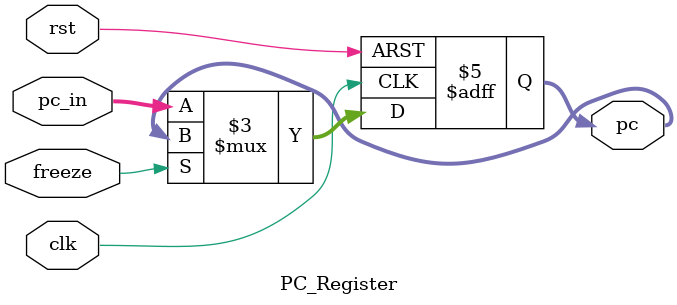
<source format=v>
module PC_Register(clk, rst, freeze,pc_in,pc);
  input clk, rst, freeze;
  input [31:0] pc_in;
  output reg [31:0] pc;

  always@(posedge clk, posedge rst) begin
    if (rst)
      pc <= 32'd0;
    else if (~freeze)
      pc <= pc_in;
  end

endmodule
</source>
